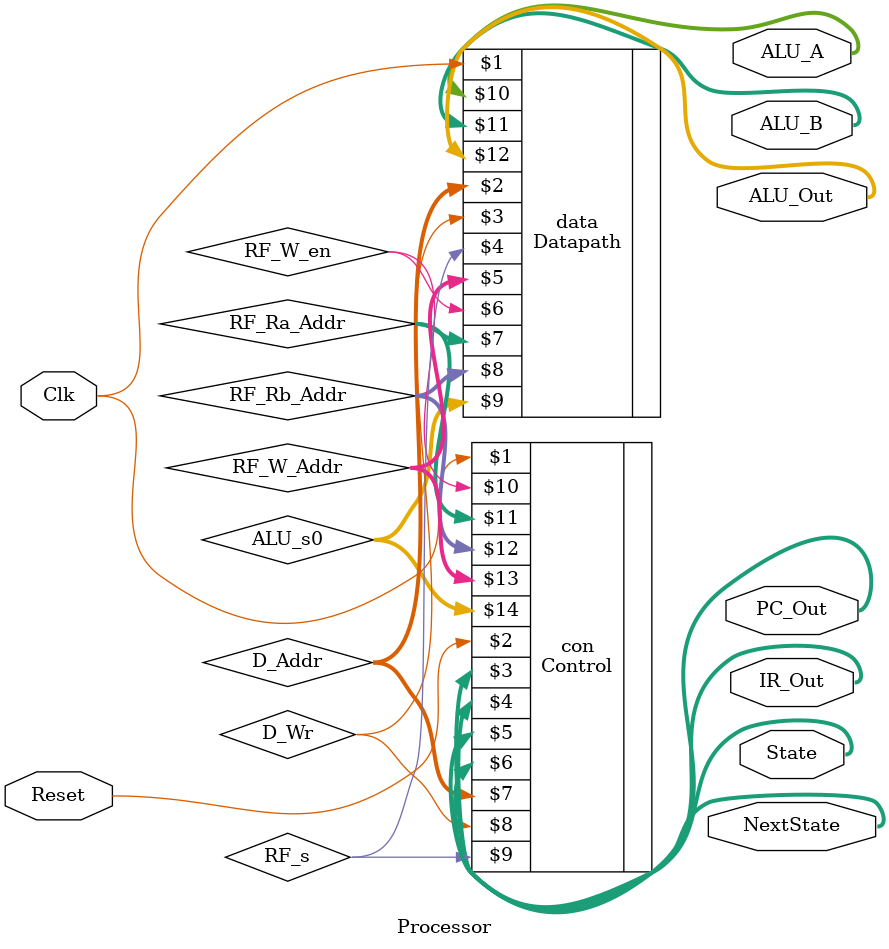
<source format=sv>

module Processor(Clk, Reset, IR_Out, PC_Out, State, NextState, ALU_A, ALU_B, ALU_Out);
	input Clk, Reset;
	output logic [15:0] IR_Out, ALU_A, ALU_B, ALU_Out;
	output [6:0] PC_Out;
	output [3:0] State, NextState;
	logic D_Wr, RF_s, RF_W_en;
	logic [7:0] D_Addr;
	logic [3:0] RF_W_Addr, RF_Ra_Addr, RF_Rb_Addr;
	logic [2:0] ALU_s0;
	
	//Control  (Clk,Rst, PC_Out, IR_Out, OutState, NextState, D_Addr, D_Wr,RF_s, RF_W_en, RF_Ra_Addr, RF_Rb_Addr, RF_W_Addr,Alu_s0);
	Control con(Clk,Reset, PC_Out, IR_Out, State, NextState, D_Addr, D_Wr, RF_s, RF_W_en, RF_Ra_Addr, RF_Rb_Addr, RF_W_Addr,ALU_s0);
	
	//Datapath   (clk, D_Addr, D_Wr, RF_s, RF_W_Addr, RF_W_en, RF_Ra_Addr, RF_Rb_Addr, ALU_s0, ALU_inA, ALU_inB, ALU_out);
	Datapath data(Clk, D_Addr, D_Wr, RF_s, RF_W_Addr, RF_W_en, RF_Ra_Addr, RF_Rb_Addr, ALU_s0, ALU_A, ALU_B, ALU_Out);
endmodule 
</source>
